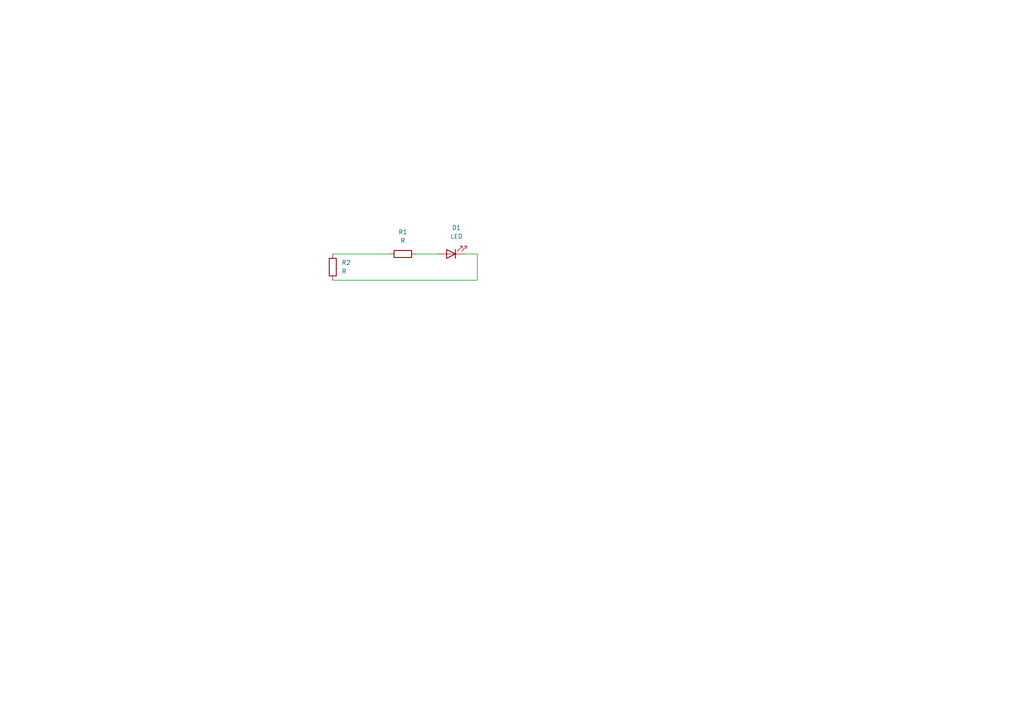
<source format=kicad_sch>
(kicad_sch (version 20211123) (generator eeschema)

  (uuid 1236aee6-0b60-4995-8836-33e1998c1a25)

  (paper "A4")

  (lib_symbols
    (symbol "Device:LED" (pin_numbers hide) (pin_names (offset 1.016) hide) (in_bom yes) (on_board yes)
      (property "Reference" "D" (id 0) (at 0 2.54 0)
        (effects (font (size 1.27 1.27)))
      )
      (property "Value" "LED" (id 1) (at 0 -2.54 0)
        (effects (font (size 1.27 1.27)))
      )
      (property "Footprint" "" (id 2) (at 0 0 0)
        (effects (font (size 1.27 1.27)) hide)
      )
      (property "Datasheet" "~" (id 3) (at 0 0 0)
        (effects (font (size 1.27 1.27)) hide)
      )
      (property "ki_keywords" "LED diode" (id 4) (at 0 0 0)
        (effects (font (size 1.27 1.27)) hide)
      )
      (property "ki_description" "Light emitting diode" (id 5) (at 0 0 0)
        (effects (font (size 1.27 1.27)) hide)
      )
      (property "ki_fp_filters" "LED* LED_SMD:* LED_THT:*" (id 6) (at 0 0 0)
        (effects (font (size 1.27 1.27)) hide)
      )
      (symbol "LED_0_1"
        (polyline
          (pts
            (xy -1.27 -1.27)
            (xy -1.27 1.27)
          )
          (stroke (width 0.254) (type default) (color 0 0 0 0))
          (fill (type none))
        )
        (polyline
          (pts
            (xy -1.27 0)
            (xy 1.27 0)
          )
          (stroke (width 0) (type default) (color 0 0 0 0))
          (fill (type none))
        )
        (polyline
          (pts
            (xy 1.27 -1.27)
            (xy 1.27 1.27)
            (xy -1.27 0)
            (xy 1.27 -1.27)
          )
          (stroke (width 0.254) (type default) (color 0 0 0 0))
          (fill (type none))
        )
        (polyline
          (pts
            (xy -3.048 -0.762)
            (xy -4.572 -2.286)
            (xy -3.81 -2.286)
            (xy -4.572 -2.286)
            (xy -4.572 -1.524)
          )
          (stroke (width 0) (type default) (color 0 0 0 0))
          (fill (type none))
        )
        (polyline
          (pts
            (xy -1.778 -0.762)
            (xy -3.302 -2.286)
            (xy -2.54 -2.286)
            (xy -3.302 -2.286)
            (xy -3.302 -1.524)
          )
          (stroke (width 0) (type default) (color 0 0 0 0))
          (fill (type none))
        )
      )
      (symbol "LED_1_1"
        (pin passive line (at -3.81 0 0) (length 2.54)
          (name "K" (effects (font (size 1.27 1.27))))
          (number "1" (effects (font (size 1.27 1.27))))
        )
        (pin passive line (at 3.81 0 180) (length 2.54)
          (name "A" (effects (font (size 1.27 1.27))))
          (number "2" (effects (font (size 1.27 1.27))))
        )
      )
    )
    (symbol "Device:R" (pin_numbers hide) (pin_names (offset 0)) (in_bom yes) (on_board yes)
      (property "Reference" "R" (id 0) (at 2.032 0 90)
        (effects (font (size 1.27 1.27)))
      )
      (property "Value" "R" (id 1) (at 0 0 90)
        (effects (font (size 1.27 1.27)))
      )
      (property "Footprint" "" (id 2) (at -1.778 0 90)
        (effects (font (size 1.27 1.27)) hide)
      )
      (property "Datasheet" "~" (id 3) (at 0 0 0)
        (effects (font (size 1.27 1.27)) hide)
      )
      (property "ki_keywords" "R res resistor" (id 4) (at 0 0 0)
        (effects (font (size 1.27 1.27)) hide)
      )
      (property "ki_description" "Resistor" (id 5) (at 0 0 0)
        (effects (font (size 1.27 1.27)) hide)
      )
      (property "ki_fp_filters" "R_*" (id 6) (at 0 0 0)
        (effects (font (size 1.27 1.27)) hide)
      )
      (symbol "R_0_1"
        (rectangle (start -1.016 -2.54) (end 1.016 2.54)
          (stroke (width 0.254) (type default) (color 0 0 0 0))
          (fill (type none))
        )
      )
      (symbol "R_1_1"
        (pin passive line (at 0 3.81 270) (length 1.27)
          (name "~" (effects (font (size 1.27 1.27))))
          (number "1" (effects (font (size 1.27 1.27))))
        )
        (pin passive line (at 0 -3.81 90) (length 1.27)
          (name "~" (effects (font (size 1.27 1.27))))
          (number "2" (effects (font (size 1.27 1.27))))
        )
      )
    )
  )


  (wire (pts (xy 96.52 73.66) (xy 113.03 73.66))
    (stroke (width 0) (type default) (color 0 0 0 0))
    (uuid 02833d80-0e7a-4524-9bdb-97959e4f443c)
  )
  (wire (pts (xy 138.43 73.66) (xy 138.43 81.28))
    (stroke (width 0) (type default) (color 0 0 0 0))
    (uuid 9a78a39d-acc3-409e-a4a7-94ebddcc279f)
  )
  (wire (pts (xy 134.62 73.66) (xy 138.43 73.66))
    (stroke (width 0) (type default) (color 0 0 0 0))
    (uuid a0aab32c-b83d-4a28-a569-f5b543a59bf0)
  )
  (wire (pts (xy 120.65 73.66) (xy 127 73.66))
    (stroke (width 0) (type default) (color 0 0 0 0))
    (uuid a1cff253-d601-4d14-89ff-1c2d61038960)
  )
  (wire (pts (xy 138.43 81.28) (xy 96.52 81.28))
    (stroke (width 0) (type default) (color 0 0 0 0))
    (uuid ecfe88b7-5336-4ace-9f21-12a6a82acd3d)
  )

  (symbol (lib_id "Device:R") (at 96.52 77.47 0) (unit 1)
    (in_bom yes) (on_board yes) (fields_autoplaced)
    (uuid 1a93487d-ca64-4c3b-a3fb-3f1cac7f4ca7)
    (property "Reference" "R2" (id 0) (at 99.06 76.1999 0)
      (effects (font (size 1.27 1.27)) (justify left))
    )
    (property "Value" "R" (id 1) (at 99.06 78.7399 0)
      (effects (font (size 1.27 1.27)) (justify left))
    )
    (property "Footprint" "Resistor_SMD:R_2816_7142Metric" (id 2) (at 94.742 77.47 90)
      (effects (font (size 1.27 1.27)) hide)
    )
    (property "Datasheet" "~" (id 3) (at 96.52 77.47 0)
      (effects (font (size 1.27 1.27)) hide)
    )
    (pin "1" (uuid b29b4e40-6edd-401a-8918-5b9f814a434c))
    (pin "2" (uuid 37842aad-93a5-4641-af26-ddad18454dd9))
  )

  (symbol (lib_id "Device:R") (at 116.84 73.66 270) (unit 1)
    (in_bom yes) (on_board yes) (fields_autoplaced)
    (uuid 73719205-61e5-4aa1-8b94-5ac5c4b9aa70)
    (property "Reference" "R1" (id 0) (at 116.84 67.31 90))
    (property "Value" "R" (id 1) (at 116.84 69.85 90))
    (property "Footprint" "Resistor_SMD:R_0603_1608Metric" (id 2) (at 116.84 71.882 90)
      (effects (font (size 1.27 1.27)) hide)
    )
    (property "Datasheet" "~" (id 3) (at 116.84 73.66 0)
      (effects (font (size 1.27 1.27)) hide)
    )
    (pin "1" (uuid 26afadd1-7b1b-40e1-af32-f4de639cf078))
    (pin "2" (uuid ffa1a856-4a67-48ad-b54e-0a1f4c649298))
  )

  (symbol (lib_id "Device:LED") (at 130.81 73.66 180) (unit 1)
    (in_bom yes) (on_board yes) (fields_autoplaced)
    (uuid bb7b89ba-4ea9-4b09-9e97-de8e53c427f1)
    (property "Reference" "D1" (id 0) (at 132.3975 66.04 0))
    (property "Value" "LED" (id 1) (at 132.3975 68.58 0))
    (property "Footprint" "LED_SMD:LED_1206_3216Metric_Pad1.42x1.75mm_HandSolder" (id 2) (at 130.81 73.66 0)
      (effects (font (size 1.27 1.27)) hide)
    )
    (property "Datasheet" "~" (id 3) (at 130.81 73.66 0)
      (effects (font (size 1.27 1.27)) hide)
    )
    (pin "1" (uuid bd50b027-80f8-46e5-801a-75fc61d38733))
    (pin "2" (uuid 276c62ff-1b80-4d33-b4ed-f6ffb0c0ccf8))
  )

  (sheet_instances
    (path "/" (page "1"))
  )

  (symbol_instances
    (path "/bb7b89ba-4ea9-4b09-9e97-de8e53c427f1"
      (reference "D1") (unit 1) (value "LED") (footprint "LED_SMD:LED_1206_3216Metric_Pad1.42x1.75mm_HandSolder")
    )
    (path "/73719205-61e5-4aa1-8b94-5ac5c4b9aa70"
      (reference "R1") (unit 1) (value "R") (footprint "Resistor_SMD:R_0603_1608Metric")
    )
    (path "/1a93487d-ca64-4c3b-a3fb-3f1cac7f4ca7"
      (reference "R2") (unit 1) (value "R") (footprint "Resistor_SMD:R_2816_7142Metric")
    )
  )
)

</source>
